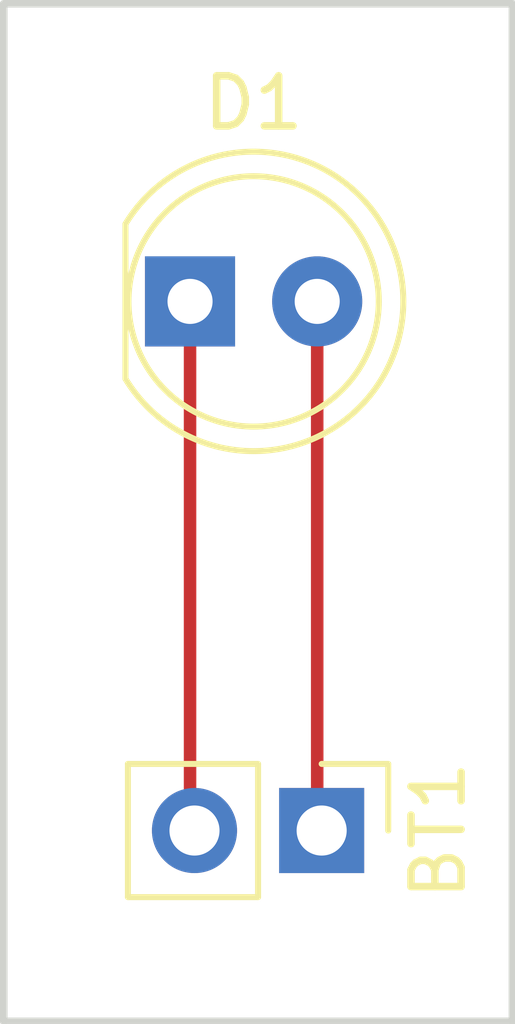
<source format=kicad_pcb>
(kicad_pcb (version 4) (host pcbnew 4.0.1-stable)

  (general
    (links 2)
    (no_connects 0)
    (area 0 0 0 0)
    (thickness 1.6)
    (drawings 4)
    (tracks 4)
    (zones 0)
    (modules 2)
    (nets 3)
  )

  (page A4)
  (layers
    (0 F.Cu signal)
    (31 B.Cu signal)
    (32 B.Adhes user)
    (33 F.Adhes user)
    (34 B.Paste user)
    (35 F.Paste user)
    (36 B.SilkS user)
    (37 F.SilkS user)
    (38 B.Mask user)
    (39 F.Mask user)
    (40 Dwgs.User user)
    (41 Cmts.User user)
    (42 Eco1.User user)
    (43 Eco2.User user)
    (44 Edge.Cuts user)
    (45 Margin user)
    (46 B.CrtYd user)
    (47 F.CrtYd user)
    (48 B.Fab user)
    (49 F.Fab user)
  )

  (setup
    (last_trace_width 0.25)
    (trace_clearance 0.2)
    (zone_clearance 0.508)
    (zone_45_only no)
    (trace_min 0.2)
    (segment_width 0.2)
    (edge_width 0.15)
    (via_size 0.6)
    (via_drill 0.4)
    (via_min_size 0.4)
    (via_min_drill 0.3)
    (uvia_size 0.3)
    (uvia_drill 0.1)
    (uvias_allowed no)
    (uvia_min_size 0.2)
    (uvia_min_drill 0.1)
    (pcb_text_width 0.3)
    (pcb_text_size 1.5 1.5)
    (mod_edge_width 0.15)
    (mod_text_size 1 1)
    (mod_text_width 0.15)
    (pad_size 1.524 1.524)
    (pad_drill 0.762)
    (pad_to_mask_clearance 0.2)
    (aux_axis_origin 0 0)
    (visible_elements FFFFFF7F)
    (pcbplotparams
      (layerselection 0x00030_80000001)
      (usegerberextensions false)
      (excludeedgelayer true)
      (linewidth 0.100000)
      (plotframeref false)
      (viasonmask false)
      (mode 1)
      (useauxorigin false)
      (hpglpennumber 1)
      (hpglpenspeed 20)
      (hpglpendiameter 15)
      (hpglpenoverlay 2)
      (psnegative false)
      (psa4output false)
      (plotreference true)
      (plotvalue true)
      (plotinvisibletext false)
      (padsonsilk false)
      (subtractmaskfromsilk false)
      (outputformat 1)
      (mirror false)
      (drillshape 1)
      (scaleselection 1)
      (outputdirectory ""))
  )

  (net 0 "")
  (net 1 "Net-(BT1-Pad1)")
  (net 2 "Net-(BT1-Pad2)")

  (net_class Default "これは標準のネット クラスです。"
    (clearance 0.2)
    (trace_width 0.25)
    (via_dia 0.6)
    (via_drill 0.4)
    (uvia_dia 0.3)
    (uvia_drill 0.1)
    (add_net "Net-(BT1-Pad1)")
    (add_net "Net-(BT1-Pad2)")
  )

  (module Pin_Headers:Pin_Header_Straight_1x02_Pitch2.54mm (layer F.Cu) (tedit 58CD4EC1) (tstamp 58E4AD67)
    (at 151.13 115.57 270)
    (descr "Through hole straight pin header, 1x02, 2.54mm pitch, single row")
    (tags "Through hole pin header THT 1x02 2.54mm single row")
    (path /58E4AC29)
    (fp_text reference BT1 (at 0 -2.33 270) (layer F.SilkS)
      (effects (font (size 1 1) (thickness 0.15)))
    )
    (fp_text value Battery (at 0 4.87 270) (layer F.Fab)
      (effects (font (size 1 1) (thickness 0.15)))
    )
    (fp_line (start -1.27 -1.27) (end -1.27 3.81) (layer F.Fab) (width 0.1))
    (fp_line (start -1.27 3.81) (end 1.27 3.81) (layer F.Fab) (width 0.1))
    (fp_line (start 1.27 3.81) (end 1.27 -1.27) (layer F.Fab) (width 0.1))
    (fp_line (start 1.27 -1.27) (end -1.27 -1.27) (layer F.Fab) (width 0.1))
    (fp_line (start -1.33 1.27) (end -1.33 3.87) (layer F.SilkS) (width 0.12))
    (fp_line (start -1.33 3.87) (end 1.33 3.87) (layer F.SilkS) (width 0.12))
    (fp_line (start 1.33 3.87) (end 1.33 1.27) (layer F.SilkS) (width 0.12))
    (fp_line (start 1.33 1.27) (end -1.33 1.27) (layer F.SilkS) (width 0.12))
    (fp_line (start -1.33 0) (end -1.33 -1.33) (layer F.SilkS) (width 0.12))
    (fp_line (start -1.33 -1.33) (end 0 -1.33) (layer F.SilkS) (width 0.12))
    (fp_line (start -1.8 -1.8) (end -1.8 4.35) (layer F.CrtYd) (width 0.05))
    (fp_line (start -1.8 4.35) (end 1.8 4.35) (layer F.CrtYd) (width 0.05))
    (fp_line (start 1.8 4.35) (end 1.8 -1.8) (layer F.CrtYd) (width 0.05))
    (fp_line (start 1.8 -1.8) (end -1.8 -1.8) (layer F.CrtYd) (width 0.05))
    (fp_text user %R (at 0 -2.33 270) (layer F.Fab)
      (effects (font (size 1 1) (thickness 0.15)))
    )
    (pad 1 thru_hole rect (at 0 0 270) (size 1.7 1.7) (drill 1) (layers *.Cu *.Mask)
      (net 1 "Net-(BT1-Pad1)"))
    (pad 2 thru_hole oval (at 0 2.54 270) (size 1.7 1.7) (drill 1) (layers *.Cu *.Mask)
      (net 2 "Net-(BT1-Pad2)"))
    (model ${KISYS3DMOD}/Pin_Headers.3dshapes/Pin_Header_Straight_1x02_Pitch2.54mm.wrl
      (at (xyz 0 -0.05 0))
      (scale (xyz 1 1 1))
      (rotate (xyz 0 0 90))
    )
  )

  (module LEDs:LED_D5.0mm (layer F.Cu) (tedit 587A3A7B) (tstamp 58E4AD6D)
    (at 148.5011 105.0036)
    (descr "LED, diameter 5.0mm, 2 pins, http://cdn-reichelt.de/documents/datenblatt/A500/LL-504BC2E-009.pdf")
    (tags "LED diameter 5.0mm 2 pins")
    (path /58E4A9CA)
    (fp_text reference D1 (at 1.27 -3.96) (layer F.SilkS)
      (effects (font (size 1 1) (thickness 0.15)))
    )
    (fp_text value LED (at 1.27 3.96) (layer F.Fab)
      (effects (font (size 1 1) (thickness 0.15)))
    )
    (fp_arc (start 1.27 0) (end -1.23 -1.469694) (angle 299.1) (layer F.Fab) (width 0.1))
    (fp_arc (start 1.27 0) (end -1.29 -1.54483) (angle 148.9) (layer F.SilkS) (width 0.12))
    (fp_arc (start 1.27 0) (end -1.29 1.54483) (angle -148.9) (layer F.SilkS) (width 0.12))
    (fp_circle (center 1.27 0) (end 3.77 0) (layer F.Fab) (width 0.1))
    (fp_circle (center 1.27 0) (end 3.77 0) (layer F.SilkS) (width 0.12))
    (fp_line (start -1.23 -1.469694) (end -1.23 1.469694) (layer F.Fab) (width 0.1))
    (fp_line (start -1.29 -1.545) (end -1.29 1.545) (layer F.SilkS) (width 0.12))
    (fp_line (start -1.95 -3.25) (end -1.95 3.25) (layer F.CrtYd) (width 0.05))
    (fp_line (start -1.95 3.25) (end 4.5 3.25) (layer F.CrtYd) (width 0.05))
    (fp_line (start 4.5 3.25) (end 4.5 -3.25) (layer F.CrtYd) (width 0.05))
    (fp_line (start 4.5 -3.25) (end -1.95 -3.25) (layer F.CrtYd) (width 0.05))
    (pad 1 thru_hole rect (at 0 0) (size 1.8 1.8) (drill 0.9) (layers *.Cu *.Mask)
      (net 2 "Net-(BT1-Pad2)"))
    (pad 2 thru_hole circle (at 2.54 0) (size 1.8 1.8) (drill 0.9) (layers *.Cu *.Mask)
      (net 1 "Net-(BT1-Pad1)"))
    (model LEDs.3dshapes/LED_D5.0mm.wrl
      (at (xyz 0 0 0))
      (scale (xyz 0.393701 0.393701 0.393701))
      (rotate (xyz 0 0 0))
    )
  )

  (gr_line (start 144.78 119.38) (end 144.78 99.06) (angle 90) (layer Edge.Cuts) (width 0.15))
  (gr_line (start 154.94 119.38) (end 144.78 119.38) (angle 90) (layer Edge.Cuts) (width 0.15))
  (gr_line (start 154.94 99.06) (end 154.94 119.38) (angle 90) (layer Edge.Cuts) (width 0.15))
  (gr_line (start 144.78 99.06) (end 154.94 99.06) (angle 90) (layer Edge.Cuts) (width 0.15))

  (segment (start 151.0411 105.0036) (end 151.0411 115.4811) (width 0.25) (layer F.Cu) (net 1) (status C00000))
  (segment (start 151.0411 115.4811) (end 151.13 115.57) (width 0.25) (layer F.Cu) (net 1) (tstamp 58E4ADFC) (status C00000))
  (segment (start 148.5011 105.0036) (end 148.5011 115.4811) (width 0.25) (layer F.Cu) (net 2) (status C00000))
  (segment (start 148.5011 115.4811) (end 148.59 115.57) (width 0.25) (layer F.Cu) (net 2) (tstamp 58E4ADF0) (status C00000))

)

</source>
